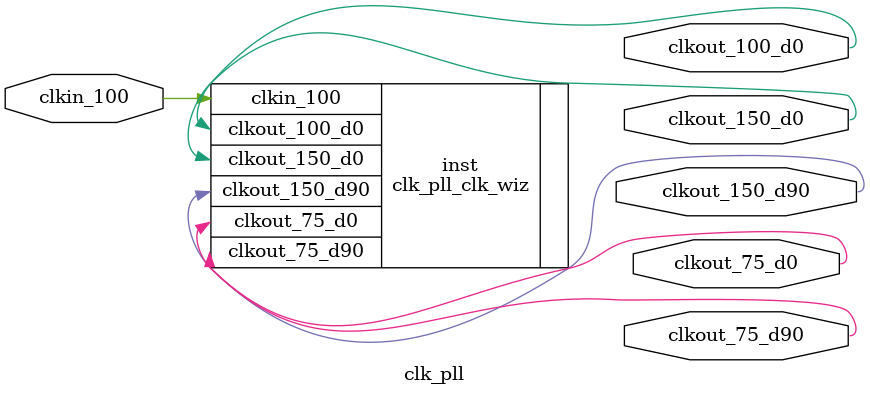
<source format=v>


`timescale 1ps/1ps

(* CORE_GENERATION_INFO = "clk_pll,clk_wiz_v6_0_1_0_0,{component_name=clk_pll,use_phase_alignment=true,use_min_o_jitter=false,use_max_i_jitter=false,use_dyn_phase_shift=false,use_inclk_switchover=false,use_dyn_reconfig=false,enable_axi=0,feedback_source=FDBK_AUTO,PRIMITIVE=PLL,num_out_clk=5,clkin1_period=10.000,clkin2_period=10.000,use_power_down=false,use_reset=false,use_locked=false,use_inclk_stopped=false,feedback_type=SINGLE,CLOCK_MGR_TYPE=NA,manual_override=false}" *)

module clk_pll 
 (
  // Clock out ports
  output        clkout_75_d0,
  output        clkout_75_d90,
  output        clkout_150_d0,
  output        clkout_150_d90,
  output        clkout_100_d0,
 // Clock in ports
  input         clkin_100
 );

  clk_pll_clk_wiz inst
  (
  // Clock out ports  
  .clkout_75_d0(clkout_75_d0),
  .clkout_75_d90(clkout_75_d90),
  .clkout_150_d0(clkout_150_d0),
  .clkout_150_d90(clkout_150_d90),
  .clkout_100_d0(clkout_100_d0),
 // Clock in ports
  .clkin_100(clkin_100)
  );

endmodule

</source>
